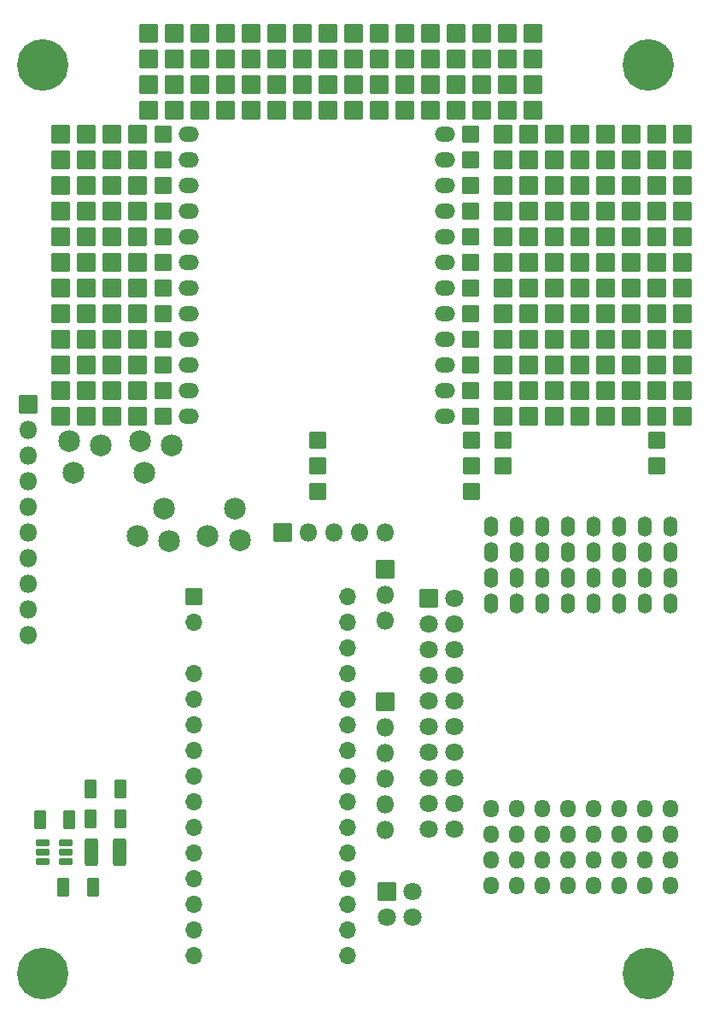
<source format=gbr>
%TF.GenerationSoftware,KiCad,Pcbnew,9.0.1*%
%TF.CreationDate,2025-05-07T10:28:02-04:00*%
%TF.ProjectId,BREAD_Slice,42524541-445f-4536-9c69-63655f736d74,rev?*%
%TF.SameCoordinates,PX74eba40PY8552dc0*%
%TF.FileFunction,Soldermask,Bot*%
%TF.FilePolarity,Negative*%
%FSLAX46Y46*%
G04 Gerber Fmt 4.6, Leading zero omitted, Abs format (unit mm)*
G04 Created by KiCad (PCBNEW 9.0.1) date 2025-05-07 10:28:02*
%MOMM*%
%LPD*%
G01*
G04 APERTURE LIST*
G04 Aperture macros list*
%AMRoundRect*
0 Rectangle with rounded corners*
0 $1 Rounding radius*
0 $2 $3 $4 $5 $6 $7 $8 $9 X,Y pos of 4 corners*
0 Add a 4 corners polygon primitive as box body*
4,1,4,$2,$3,$4,$5,$6,$7,$8,$9,$2,$3,0*
0 Add four circle primitives for the rounded corners*
1,1,$1+$1,$2,$3*
1,1,$1+$1,$4,$5*
1,1,$1+$1,$6,$7*
1,1,$1+$1,$8,$9*
0 Add four rect primitives between the rounded corners*
20,1,$1+$1,$2,$3,$4,$5,0*
20,1,$1+$1,$4,$5,$6,$7,0*
20,1,$1+$1,$6,$7,$8,$9,0*
20,1,$1+$1,$8,$9,$2,$3,0*%
G04 Aperture macros list end*
%ADD10RoundRect,0.050000X-0.850000X-0.850000X0.850000X-0.850000X0.850000X0.850000X-0.850000X0.850000X0*%
%ADD11C,1.800000*%
%ADD12C,5.100000*%
%ADD13RoundRect,0.050000X-0.800000X-0.800000X0.800000X-0.800000X0.800000X0.800000X-0.800000X0.800000X0*%
%ADD14O,1.700000X1.700000*%
%ADD15O,1.800000X1.800000*%
%ADD16O,2.000000X1.500000*%
%ADD17RoundRect,0.050000X0.800000X0.800000X-0.800000X0.800000X-0.800000X-0.800000X0.800000X-0.800000X0*%
%ADD18O,1.400000X2.000000*%
%ADD19O,1.500000X1.800000*%
%ADD20RoundRect,0.050000X0.850000X-0.850000X0.850000X0.850000X-0.850000X0.850000X-0.850000X-0.850000X0*%
%ADD21C,2.160000*%
%ADD22RoundRect,0.271739X0.353261X0.678261X-0.353261X0.678261X-0.353261X-0.678261X0.353261X-0.678261X0*%
%ADD23RoundRect,0.175000X-0.537500X-0.175000X0.537500X-0.175000X0.537500X0.175000X-0.537500X0.175000X0*%
%ADD24RoundRect,0.271739X-0.353261X-0.678261X0.353261X-0.678261X0.353261X0.678261X-0.353261X0.678261X0*%
%ADD25RoundRect,0.270000X-0.405000X-1.105000X0.405000X-1.105000X0.405000X1.105000X-0.405000X1.105000X0*%
G04 APERTURE END LIST*
D10*
%TO.C,REF\u002A\u002A*%
X39150000Y13150000D03*
D11*
X41690000Y13150000D03*
X39150000Y10610000D03*
X41690000Y10610000D03*
%TD*%
D10*
%TO.C,REF\u002A\u002A*%
X43310000Y42200000D03*
D11*
X45850000Y42200000D03*
X43310000Y39660000D03*
X45850000Y39660000D03*
X43310000Y37120000D03*
X45850000Y37120000D03*
X43310000Y34580000D03*
X45850000Y34580000D03*
X43310000Y32040000D03*
X45850000Y32040000D03*
X43310000Y29500000D03*
X45850000Y29500000D03*
X43310000Y26960000D03*
X45850000Y26960000D03*
X43310000Y24420000D03*
X45850000Y24420000D03*
X43310000Y21880000D03*
X45850000Y21880000D03*
X43310000Y19340000D03*
X45850000Y19340000D03*
%TD*%
D12*
%TO.C,H1*%
X5000000Y95000000D03*
%TD*%
%TO.C,H3*%
X65000000Y95000000D03*
%TD*%
%TO.C,H2*%
X5000000Y5000000D03*
%TD*%
%TO.C,H4*%
X65000000Y5000000D03*
%TD*%
D13*
%TO.C,A1*%
X20010000Y42360000D03*
D14*
X20010000Y39820000D03*
X20010000Y34740000D03*
X20010000Y32200000D03*
X20010000Y29660000D03*
X20010000Y27120000D03*
X20010000Y24580000D03*
X20010000Y22040000D03*
X20010000Y19500000D03*
X20010000Y16960000D03*
X20010000Y14420000D03*
X20010000Y11880000D03*
X20010000Y9340000D03*
X20010000Y6800000D03*
X35250000Y6800000D03*
X35250000Y9340000D03*
X35250000Y11880000D03*
X35250000Y14420000D03*
X35250000Y16960000D03*
X35250000Y19500000D03*
X35250000Y22040000D03*
X35250000Y24580000D03*
X35250000Y27120000D03*
X35250000Y29660000D03*
X35250000Y32200000D03*
X35250000Y34740000D03*
X35250000Y37280000D03*
X35250000Y39820000D03*
X35250000Y42360000D03*
%TD*%
D10*
%TO.C,J1*%
X3600000Y61450000D03*
D15*
X3600000Y58910000D03*
X3600000Y56370000D03*
X3600000Y53830000D03*
X3600000Y51290000D03*
X3600000Y48750000D03*
X3600000Y46210000D03*
X3600000Y43670000D03*
X3600000Y41130000D03*
X3600000Y38590000D03*
%TD*%
D13*
%TO.C,*%
X16990000Y88210000D03*
D16*
X19530000Y88210000D03*
X44930000Y88210000D03*
D13*
X47470000Y88210000D03*
%TD*%
%TO.C,*%
X16990000Y78050000D03*
D16*
X19530000Y78050000D03*
X44930000Y78050000D03*
D13*
X47470000Y78050000D03*
%TD*%
D10*
%TO.C,*%
X18050000Y95630000D03*
X20590000Y95630000D03*
X20590000Y93090000D03*
X18050000Y93090000D03*
X15510000Y93090000D03*
X15510000Y95630000D03*
X15510000Y98170000D03*
X18050000Y98170000D03*
X20590000Y98170000D03*
X23130000Y98170000D03*
X23130000Y95630000D03*
X23130000Y93090000D03*
X23130000Y90550000D03*
X20590000Y90550000D03*
X18050000Y90550000D03*
X15510000Y90550000D03*
%TD*%
D13*
%TO.C,*%
X16990000Y60270000D03*
D16*
X19530000Y60270000D03*
X44930000Y60270000D03*
D13*
X47470000Y60270000D03*
%TD*%
D10*
%TO.C,*%
X53185000Y85670000D03*
X55725000Y85670000D03*
X55725000Y83130000D03*
X53185000Y83130000D03*
X50645000Y83130000D03*
X50645000Y85670000D03*
X50645000Y88210000D03*
X53185000Y88210000D03*
X55725000Y88210000D03*
X58265000Y88210000D03*
X58265000Y85670000D03*
X58265000Y83130000D03*
X58265000Y80590000D03*
X55725000Y80590000D03*
X53185000Y80590000D03*
X50645000Y80590000D03*
%TD*%
D17*
%TO.C,*%
X47475000Y55360000D03*
X32235000Y55360000D03*
%TD*%
%TO.C,*%
X47475000Y57900000D03*
X32235000Y57900000D03*
%TD*%
D18*
%TO.C,*%
X64665000Y49280000D03*
X64665000Y46740000D03*
X64665000Y44200000D03*
X64665000Y41660000D03*
D19*
X64665000Y21340000D03*
X64665000Y18800000D03*
X64665000Y16260000D03*
X64665000Y13720000D03*
%TD*%
D10*
%TO.C,*%
X9370000Y85670000D03*
X11910000Y85670000D03*
X11910000Y83130000D03*
X9370000Y83130000D03*
X6830000Y83130000D03*
X6830000Y85670000D03*
X6830000Y88210000D03*
X9370000Y88210000D03*
X11910000Y88210000D03*
X14450000Y88210000D03*
X14450000Y85670000D03*
X14450000Y83130000D03*
X14450000Y80590000D03*
X11910000Y80590000D03*
X9370000Y80590000D03*
X6830000Y80590000D03*
%TD*%
%TO.C,REF\u002A\u002A*%
X38925000Y45100000D03*
D15*
X38925000Y42560000D03*
X38925000Y40020000D03*
%TD*%
D18*
%TO.C,*%
X54505000Y49280000D03*
X54505000Y46740000D03*
X54505000Y44200000D03*
X54505000Y41660000D03*
D19*
X54505000Y21340000D03*
X54505000Y18800000D03*
X54505000Y16260000D03*
X54505000Y13720000D03*
%TD*%
D13*
%TO.C,*%
X16990000Y72970000D03*
D16*
X19530000Y72970000D03*
X44930000Y72970000D03*
D13*
X47470000Y72970000D03*
%TD*%
D18*
%TO.C,*%
X59585000Y49280000D03*
X59585000Y46740000D03*
X59585000Y44200000D03*
X59585000Y41660000D03*
D19*
X59585000Y21340000D03*
X59585000Y18800000D03*
X59585000Y16260000D03*
X59585000Y13720000D03*
%TD*%
D13*
%TO.C,*%
X16990000Y80590000D03*
D16*
X19530000Y80590000D03*
X44930000Y80590000D03*
D13*
X47470000Y80590000D03*
%TD*%
D10*
%TO.C,*%
X63345000Y85670000D03*
X65885000Y85670000D03*
X65885000Y83130000D03*
X63345000Y83130000D03*
X60805000Y83130000D03*
X60805000Y85670000D03*
X60805000Y88210000D03*
X63345000Y88210000D03*
X65885000Y88210000D03*
X68425000Y88210000D03*
X68425000Y85670000D03*
X68425000Y83130000D03*
X68425000Y80590000D03*
X65885000Y80590000D03*
X63345000Y80590000D03*
X60805000Y80590000D03*
%TD*%
D18*
%TO.C,*%
X49425000Y49280000D03*
X49425000Y46740000D03*
X49425000Y44200000D03*
X49425000Y41660000D03*
D19*
X49425000Y21340000D03*
X49425000Y18800000D03*
X49425000Y16260000D03*
X49425000Y13720000D03*
%TD*%
D10*
%TO.C,REF\u002A\u002A*%
X38975000Y31990000D03*
D15*
X38975000Y29450000D03*
X38975000Y26910000D03*
X38975000Y24370000D03*
X38975000Y21830000D03*
X38975000Y19290000D03*
%TD*%
D18*
%TO.C,*%
X62125000Y49280000D03*
X62125000Y46740000D03*
X62125000Y44200000D03*
X62125000Y41660000D03*
D19*
X62125000Y21340000D03*
X62125000Y18800000D03*
X62125000Y16260000D03*
X62125000Y13720000D03*
%TD*%
D10*
%TO.C,*%
X63345000Y75510000D03*
X65885000Y75510000D03*
X65885000Y72970000D03*
X63345000Y72970000D03*
X60805000Y72970000D03*
X60805000Y75510000D03*
X60805000Y78050000D03*
X63345000Y78050000D03*
X65885000Y78050000D03*
X68425000Y78050000D03*
X68425000Y75510000D03*
X68425000Y72970000D03*
X68425000Y70430000D03*
X65885000Y70430000D03*
X63345000Y70430000D03*
X60805000Y70430000D03*
%TD*%
%TO.C,*%
X63345000Y65350000D03*
X65885000Y65350000D03*
X65885000Y62810000D03*
X63345000Y62810000D03*
X60805000Y62810000D03*
X60805000Y65350000D03*
X60805000Y67890000D03*
X63345000Y67890000D03*
X65885000Y67890000D03*
X68425000Y67890000D03*
X68425000Y65350000D03*
X68425000Y62810000D03*
X68425000Y60270000D03*
X65885000Y60270000D03*
X63345000Y60270000D03*
X60805000Y60270000D03*
%TD*%
%TO.C,*%
X53185000Y75510000D03*
X55725000Y75510000D03*
X55725000Y72970000D03*
X53185000Y72970000D03*
X50645000Y72970000D03*
X50645000Y75510000D03*
X50645000Y78050000D03*
X53185000Y78050000D03*
X55725000Y78050000D03*
X58265000Y78050000D03*
X58265000Y75510000D03*
X58265000Y72970000D03*
X58265000Y70430000D03*
X55725000Y70430000D03*
X53185000Y70430000D03*
X50645000Y70430000D03*
%TD*%
D20*
%TO.C,REF\u002A\u002A*%
X28765000Y48700000D03*
D15*
X31305000Y48700000D03*
X33845000Y48700000D03*
X36385000Y48700000D03*
X38925000Y48700000D03*
%TD*%
D21*
%TO.C,*%
X14373516Y48361797D03*
X17516606Y47912784D03*
X17067593Y51055874D03*
X10781414Y57342053D03*
X7638324Y57791066D03*
X8087337Y54647976D03*
%TD*%
D18*
%TO.C,*%
X57045000Y49280000D03*
X57045000Y46740000D03*
X57045000Y44200000D03*
X57045000Y41660000D03*
D19*
X57045000Y21340000D03*
X57045000Y18800000D03*
X57045000Y16260000D03*
X57045000Y13720000D03*
%TD*%
D10*
%TO.C,*%
X48530000Y95630000D03*
X51070000Y95630000D03*
X51070000Y93090000D03*
X48530000Y93090000D03*
X45990000Y93090000D03*
X45990000Y95630000D03*
X45990000Y98170000D03*
X48530000Y98170000D03*
X51070000Y98170000D03*
X53610000Y98170000D03*
X53610000Y95630000D03*
X53610000Y93090000D03*
X53610000Y90550000D03*
X51070000Y90550000D03*
X48530000Y90550000D03*
X45990000Y90550000D03*
%TD*%
D21*
%TO.C,*%
X21389680Y48366243D03*
X24532770Y47917230D03*
X24083757Y51060320D03*
X17797578Y57346499D03*
X14654488Y57795512D03*
X15103501Y54652422D03*
%TD*%
D18*
%TO.C,*%
X67205000Y49280000D03*
X67205000Y46740000D03*
X67205000Y44200000D03*
X67205000Y41660000D03*
D19*
X67205000Y21340000D03*
X67205000Y18800000D03*
X67205000Y16260000D03*
X67205000Y13720000D03*
%TD*%
D13*
%TO.C,*%
X16990000Y85670000D03*
D16*
X19530000Y85670000D03*
X44930000Y85670000D03*
D13*
X47470000Y85670000D03*
%TD*%
D10*
%TO.C,*%
X9370000Y65350000D03*
X11910000Y65350000D03*
X11910000Y62810000D03*
X9370000Y62810000D03*
X6830000Y62810000D03*
X6830000Y65350000D03*
X6830000Y67890000D03*
X9370000Y67890000D03*
X11910000Y67890000D03*
X14450000Y67890000D03*
X14450000Y65350000D03*
X14450000Y62810000D03*
X14450000Y60270000D03*
X11910000Y60270000D03*
X9370000Y60270000D03*
X6830000Y60270000D03*
%TD*%
D13*
%TO.C,*%
X16990000Y83130000D03*
D16*
X19530000Y83130000D03*
X44930000Y83130000D03*
D13*
X47470000Y83130000D03*
%TD*%
%TO.C,*%
X16990000Y62810000D03*
D16*
X19530000Y62810000D03*
X44930000Y62810000D03*
D13*
X47470000Y62810000D03*
%TD*%
D10*
%TO.C,*%
X38370000Y95630000D03*
X40910000Y95630000D03*
X40910000Y93090000D03*
X38370000Y93090000D03*
X35830000Y93090000D03*
X35830000Y95630000D03*
X35830000Y98170000D03*
X38370000Y98170000D03*
X40910000Y98170000D03*
X43450000Y98170000D03*
X43450000Y95630000D03*
X43450000Y93090000D03*
X43450000Y90550000D03*
X40910000Y90550000D03*
X38370000Y90550000D03*
X35830000Y90550000D03*
%TD*%
%TO.C,*%
X28210000Y95630000D03*
X30750000Y95630000D03*
X30750000Y93090000D03*
X28210000Y93090000D03*
X25670000Y93090000D03*
X25670000Y95630000D03*
X25670000Y98170000D03*
X28210000Y98170000D03*
X30750000Y98170000D03*
X33290000Y98170000D03*
X33290000Y95630000D03*
X33290000Y93090000D03*
X33290000Y90550000D03*
X30750000Y90550000D03*
X28210000Y90550000D03*
X25670000Y90550000D03*
%TD*%
D17*
%TO.C,*%
X65875000Y57840000D03*
X50635000Y57840000D03*
%TD*%
D10*
%TO.C,*%
X9370000Y75510000D03*
X11910000Y75510000D03*
X11910000Y72970000D03*
X9370000Y72970000D03*
X6830000Y72970000D03*
X6830000Y75510000D03*
X6830000Y78050000D03*
X9370000Y78050000D03*
X11910000Y78050000D03*
X14450000Y78050000D03*
X14450000Y75510000D03*
X14450000Y72970000D03*
X14450000Y70430000D03*
X11910000Y70430000D03*
X9370000Y70430000D03*
X6830000Y70430000D03*
%TD*%
D17*
%TO.C,*%
X47475000Y52820000D03*
X32235000Y52820000D03*
%TD*%
D10*
%TO.C,*%
X53185000Y65350000D03*
X55725000Y65350000D03*
X55725000Y62810000D03*
X53185000Y62810000D03*
X50645000Y62810000D03*
X50645000Y65350000D03*
X50645000Y67890000D03*
X53185000Y67890000D03*
X55725000Y67890000D03*
X58265000Y67890000D03*
X58265000Y65350000D03*
X58265000Y62810000D03*
X58265000Y60270000D03*
X55725000Y60270000D03*
X53185000Y60270000D03*
X50645000Y60270000D03*
%TD*%
D13*
%TO.C,*%
X16990000Y70430000D03*
D16*
X19530000Y70430000D03*
X44930000Y70430000D03*
D13*
X47470000Y70430000D03*
%TD*%
%TO.C,*%
X16990000Y67890000D03*
D16*
X19530000Y67890000D03*
X44930000Y67890000D03*
D13*
X47470000Y67890000D03*
%TD*%
%TO.C,*%
X16990000Y65350000D03*
D16*
X19530000Y65350000D03*
X44930000Y65350000D03*
D13*
X47470000Y65350000D03*
%TD*%
D18*
%TO.C,*%
X51965000Y49280000D03*
X51965000Y46740000D03*
X51965000Y44200000D03*
X51965000Y41660000D03*
D19*
X51965000Y21340000D03*
X51965000Y18800000D03*
X51965000Y16260000D03*
X51965000Y13720000D03*
%TD*%
D13*
%TO.C,*%
X16990000Y75510000D03*
D16*
X19530000Y75510000D03*
X44930000Y75510000D03*
D13*
X47470000Y75510000D03*
%TD*%
D17*
%TO.C,*%
X65875000Y55300000D03*
X50635000Y55300000D03*
%TD*%
D22*
%TO.C,C1*%
X7675000Y20300000D03*
X4725000Y20300000D03*
%TD*%
D23*
%TO.C,U1*%
X5012500Y16095000D03*
X5012500Y17045000D03*
X5012500Y17995000D03*
X7287500Y17995000D03*
X7287500Y17045000D03*
X7287500Y16095000D03*
%TD*%
D22*
%TO.C,C2*%
X10025000Y13545000D03*
X7075000Y13545000D03*
%TD*%
D24*
%TO.C,C3*%
X9775000Y20345000D03*
X12725000Y20345000D03*
%TD*%
%TO.C,C4*%
X9775000Y23345000D03*
X12725000Y23345000D03*
%TD*%
D25*
%TO.C,L1*%
X9850000Y17045000D03*
X12650000Y17045000D03*
%TD*%
M02*

</source>
